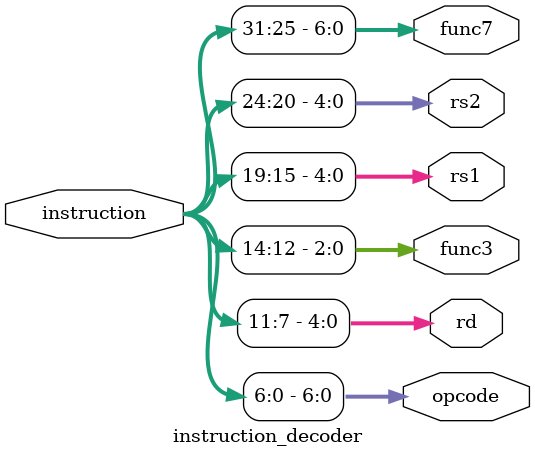
<source format=v>
module instruction_decoder (
    input wire [31:0] instruction,     // 32-bit instruction
    output reg [6:0] opcode,          // 7-bit opcode
    output reg [4:0] rd,              // 5-bit destination register
    output reg [2:0] func3,           // 3-bit function code
    output reg [4:0] rs1,             // 5-bit first source register
    output reg [4:0] rs2,             // 5-bit second source register
    output reg [6:0] func7            // 7-bit function code
);

    // Decode instruction fields
    always @(*) begin
        opcode = instruction[6:0];
        rd = instruction[11:7];
        func3 = instruction[14:12];
        rs1 = instruction[19:15];
        rs2 = instruction[24:20];
        func7 = instruction[31:25];
    end

endmodule 
</source>
